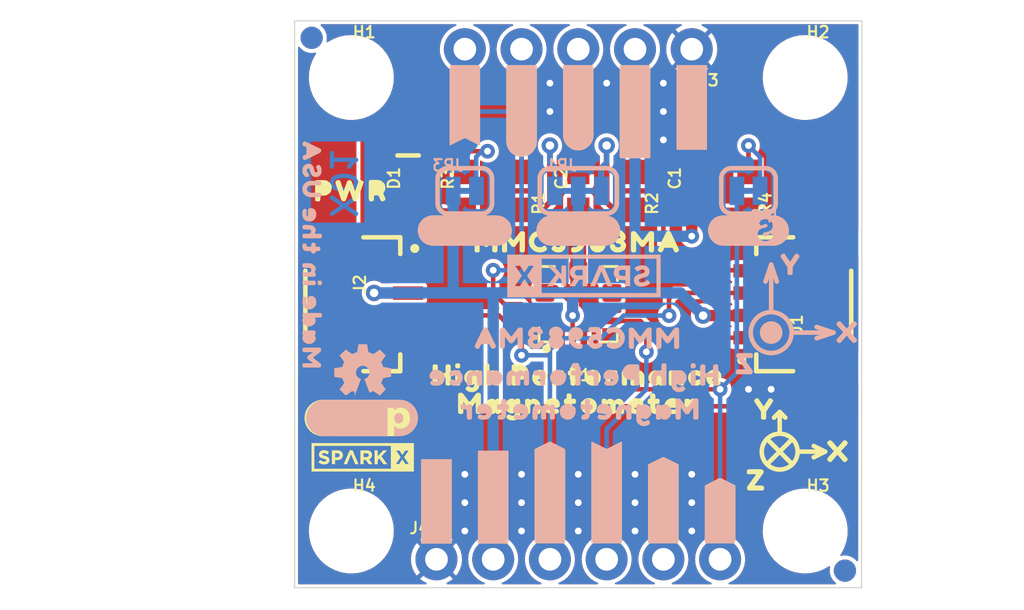
<source format=kicad_pcb>
(kicad_pcb (version 20211014) (generator pcbnew)
  (layers (0 "F.Cu" signal) (31 "B.Cu" signal) (34 "B.Paste" user) (35 "F.Paste" user) (36 "B.SilkS" user "B.Silkscreen") (37 "F.SilkS" user "F.Silkscreen") (38 "B.Mask" user) (39 "F.Mask" user) (44 "Edge.Cuts" user))
  (net 0 "")
  (net 1 "GND")
  (net 2 "3.3V")
  (net 3 "N$1")
  (net 4 "N$4")
  (net 5 "CAP")
  (net 6 "INT")
  (net 7 "N$2")
  (net 8 "N$3")
  (net 9 "SDA/COPI")
  (net 10 "SCL/SCK")
  (net 11 "CIPO")
  (net 12 "N$5")
  (net 13 "~{CS}")
  (footprint "eagleBoard:QWIIC_5MM" (layer "F.Cu") (at 138.7221 110.0836)
    (fp_text reference "LOGO3" hide)
    (fp_text value "QWIIC_LOGO_5MM" hide)
  )
  (footprint "eagleBoard:HIGH_PERFORMANCE11" (layer "F.Cu") (at 148.5011 108.1786)
    (fp_text reference "U$10" hide)
    (fp_text value "" hide)
  )
  (footprint "eagleBoard:1X06_NO_SILK" (layer "F.Cu") (at 142.1511 116.4336)
    (fp_text reference "J4" (at -1.27 -1.397) (layer "F.SilkS") (effects (font (size 0.512064 0.512064) (thickness 0.097536)) (justify left)))
    (fp_text value "")
    (pad "1" thru_hole circle (at 0 0 90) (size 1.8796 1.8796) (drill 1.016) (layers *.Cu *.Mask) (net 1 "GND"))
    (pad "2" thru_hole circle (at 2.54 0 90) (size 1.8796 1.8796) (drill 1.016) (layers *.Cu *.Mask) (net 2 "3.3V"))
    (pad "3" thru_hole circle (at 5.08 0 90) (size 1.8796 1.8796) (drill 1.016) (layers *.Cu *.Mask) (net 9 "SDA/COPI"))
    (pad "4" thru_hole circle (at 7.62 0 90) (size 1.8796 1.8796) (drill 1.016) (layers *.Cu *.Mask) (net 11 "CIPO"))
    (pad "5" thru_hole circle (at 10.16 0 90) (size 1.8796 1.8796) (drill 1.016) (layers *.Cu *.Mask) (net 10 "SCL/SCK"))
    (pad "6" thru_hole circle (at 12.7 0 90) (size 1.8796 1.8796) (drill 1.016) (layers *.Cu *.Mask) (net 13 "~{CS}"))
  )
  (footprint "eagleBoard:#3#3V#0" (layer "F.Cu") (at 144.6911 111.2266 -90)
    (fp_text reference "U$18" hide)
    (fp_text value "" hide)
  )
  (footprint "eagleBoard:Y16" (layer "F.Cu") (at 156.8831 109.7026)
    (fp_text reference "U$19" hide)
    (fp_text value "" hide)
  )
  (footprint "eagleBoard:STAND-OFF" (layer "F.Cu") (at 138.3411 115.1636)
    (fp_text reference "H4" (at 0 -2.032) (layer "F.SilkS") (effects (font (size 0.512064 0.512064) (thickness 0.097536)) (justify left)))
    (fp_text value "STAND-OFF")
    (pad "" np_thru_hole circle (at 0 0) (size 3.302 3.302) (drill 3.302) (layers *.Cu *.Mask))
  )
  (footprint "eagleBoard:SPARKX-TINY" (layer "F.Cu") (at 138.8491 111.8616)
    (fp_text reference "U$36" hide)
    (fp_text value "SPARKX-LOGO2" hide)
  )
  (footprint "eagleBoard:STAND-OFF" (layer "F.Cu") (at 158.6611 115.1636)
    (fp_text reference "H3" (at 0 -2.032) (layer "F.SilkS") (effects (font (size 0.512064 0.512064) (thickness 0.097536)) (justify left)))
    (fp_text value "STAND-OFF")
    (pad "" np_thru_hole circle (at 0 0) (size 3.302 3.302) (drill 3.302) (layers *.Cu *.Mask))
  )
  (footprint "eagleBoard:STAND-OFF" (layer "F.Cu") (at 138.3411 94.8436)
    (fp_text reference "H1" (at 0 -2.032) (layer "F.SilkS") (effects (font (size 0.512064 0.512064) (thickness 0.097536)) (justify left)))
    (fp_text value "STAND-OFF")
    (pad "" np_thru_hole circle (at 0 0) (size 3.302 3.302) (drill 3.302) (layers *.Cu *.Mask))
  )
  (footprint "eagleBoard:LED-0603" (layer "F.Cu") (at 140.8811 99.9236 90)
    (fp_text reference "D1" (at 0 -0.635 90) (layer "F.SilkS") (effects (font (size 0.512064 0.512064) (thickness 0.097536)) (justify left)))
    (fp_text value "RED")
    (pad "A" smd roundrect (at -0.877 0) (size 1 1) (layers "F.Cu" "F.Paste" "F.Mask") (roundrect_rratio 0.15) (net 4 "N$4"))
    (pad "C" smd roundrect (at 0.877 0) (size 1 1) (layers "F.Cu" "F.Paste" "F.Mask") (roundrect_rratio 0.15) (net 1 "GND"))
  )
  (footprint "eagleBoard:1X05_NO_SILK" (layer "F.Cu") (at 153.5811 93.5736 180)
    (fp_text reference "J3" (at -1.27 -1.397) (layer "F.SilkS") (effects (font (size 0.512064 0.512064) (thickness 0.097536)) (justify right)))
    (fp_text value "")
    (pad "1" thru_hole circle (at 0 0 270) (size 1.8796 1.8796) (drill 1.016) (layers *.Cu *.Mask) (net 1 "GND"))
    (pad "2" thru_hole circle (at 2.54 0 270) (size 1.8796 1.8796) (drill 1.016) (layers *.Cu *.Mask) (net 2 "3.3V"))
    (pad "3" thru_hole circle (at 5.08 0 270) (size 1.8796 1.8796) (drill 1.016) (layers *.Cu *.Mask) (net 10 "SCL/SCK"))
    (pad "4" thru_hole circle (at 7.62 0 270) (size 1.8796 1.8796) (drill 1.016) (layers *.Cu *.Mask) (net 9 "SDA/COPI"))
    (pad "5" thru_hole circle (at 10.16 0 270) (size 1.8796 1.8796) (drill 1.016) (layers *.Cu *.Mask) (net 6 "INT"))
  )
  (footprint "eagleBoard:STAND-OFF" (layer "F.Cu") (at 158.6611 94.8436)
    (fp_text reference "H2" (at 0 -2.032) (layer "F.SilkS") (effects (font (size 0.512064 0.512064) (thickness 0.097536)) (justify left)))
    (fp_text value "STAND-OFF")
    (pad "" np_thru_hole circle (at 0 0) (size 3.302 3.302) (drill 3.302) (layers *.Cu *.Mask))
  )
  (footprint "eagleBoard:0603" (layer "F.Cu") (at 148.5011 99.9236 90)
    (fp_text reference "C2" (at 0 -0.762 90) (layer "F.SilkS") (effects (font (size 0.512064 0.512064) (thickness 0.097536)) (justify left)))
    (fp_text value "10uF")
    (pad "1" smd rect (at -0.85 0 90) (size 1.1 1) (layers "F.Cu" "F.Paste" "F.Mask") (net 5 "CAP"))
    (pad "2" smd rect (at 0.85 0 90) (size 1.1 1) (layers "F.Cu" "F.Paste" "F.Mask") (net 1 "GND"))
  )
  (footprint "eagleBoard:0603" (layer "F.Cu") (at 156.1211 99.9236 -90)
    (fp_text reference "R4" (at 0 -0.762 90) (layer "F.SilkS") (effects (font (size 0.512064 0.512064) (thickness 0.097536)) (justify right)))
    (fp_text value "10k")
    (pad "1" smd rect (at -0.85 0 270) (size 1.1 1) (layers "F.Cu" "F.Paste" "F.Mask") (net 12 "N$5"))
    (pad "2" smd rect (at 0.85 0 270) (size 1.1 1) (layers "F.Cu" "F.Paste" "F.Mask") (net 2 "3.3V"))
  )
  (footprint "eagleBoard:#SCL#6" (layer "F.Cu") (at 148.5011 93.9546 -90)
    (fp_text reference "U$2" hide)
    (fp_text value "" hide)
  )
  (footprint "eagleBoard:0603" (layer "F.Cu") (at 153.5811 99.9236 90)
    (fp_text reference "C1" (at 0 -0.762 90) (layer "F.SilkS") (effects (font (size 0.512064 0.512064) (thickness 0.097536)) (justify left)))
    (fp_text value "0.1uF")
    (pad "1" smd rect (at -0.85 0 90) (size 1.1 1) (layers "F.Cu" "F.Paste" "F.Mask") (net 2 "3.3V"))
    (pad "2" smd rect (at 0.85 0 90) (size 1.1 1) (layers "F.Cu" "F.Paste" "F.Mask") (net 1 "GND"))
  )
  (footprint "eagleBoard:Z17" (layer "F.Cu") (at 156.5021 112.8776)
    (fp_text reference "U$39" hide)
    (fp_text value "" hide)
  )
  (footprint "eagleBoard:#COPI#12" (layer "F.Cu") (at 147.2311 116.0526 -90)
    (fp_text reference "U$9" hide)
    (fp_text value "" hide)
  )
  (footprint "eagleBoard:#GND#4" (layer "F.Cu") (at 153.5811 93.9546 -90)
    (fp_text reference "U$4" hide)
    (fp_text value "" hide)
  )
  (footprint "eagleBoard:#INT#7" (layer "F.Cu") (at 143.4211 93.9546 -90)
    (fp_text reference "U$7" hide)
    (fp_text value "" hide)
  )
  (footprint "eagleBoard:#GND#4" (layer "F.Cu") (at 142.1511 111.6076 -90)
    (fp_text reference "U$17" hide)
    (fp_text value "" hide)
  )
  (footprint "eagleBoard:DUMMY" (layer "F.Cu") (at 135.8011 117.7036)
    (fp_text reference "FRAME1" hide)
    (fp_text value "FRAME-LETTERNO_PACKAGE" hide)
  )
  (footprint "eagleBoard:#SCK#13" (layer "F.Cu") (at 152.3111 116.0526 -90)
    (fp_text reference "U$14" hide)
    (fp_text value "" hide)
  )
  (footprint "eagleBoard:FIDUCIAL-1X2" (layer "F.Cu") (at 160.4391 116.9416)
    (fp_text reference "FD1" hide)
    (fp_text value "FIDUCIAL1X2" hide)
    (pad "1" smd roundrect (at 0 0) (size 1 1) (layers "F.Cu" "F.Mask") (roundrect_rratio 0.5))
  )
  (footprint "eagleBoard:#CIPO#11" (layer "F.Cu") (at 149.7711 116.0526 -90)
    (fp_text reference "U$6" hide)
    (fp_text value "" hide)
  )
  (footprint "eagleBoard:JST04_1MM_RA" (layer "F.Cu") (at 140.8811 105.0036 -90)
    (fp_text reference "J2" (at -1.397 2.159 90) (layer "F.SilkS") (effects (font (size 0.512064 0.512064) (thickness 0.097536)) (justify right)))
    (fp_text value "Qwiic")
    (pad "1" smd rect (at -1.5 0 270) (size 0.6 1.35) (layers "F.Cu" "F.Paste" "F.Mask") (net 1 "GND"))
    (pad "2" smd rect (at -0.5 0 270) (size 0.6 1.35) (layers "F.Cu" "F.Paste" "F.Mask") (net 2 "3.3V"))
    (pad "3" smd rect (at 0.5 0 270) (size 0.6 1.35) (layers "F.Cu" "F.Paste" "F.Mask") (net 9 "SDA/COPI"))
    (pad "4" smd rect (at 1.5 0 270) (size 0.6 1.35) (layers "F.Cu" "F.Paste" "F.Mask") (net 10 "SCL/SCK"))
    (pad "NC1" smd rect (at 2.8 3.675 270) (size 1.2 2) (layers "F.Cu" "F.Paste" "F.Mask"))
    (pad "NC2" smd rect (at -2.8 3.675 270) (size 1.2 2) (layers "F.Cu" "F.Paste" "F.Mask"))
  )
  (footprint "eagleBoard:0603" (layer "F.Cu") (at 145.9611 99.9236 -90)
    (fp_text reference "R1" (at 0 -0.762 90) (layer "F.SilkS") (effects (font (size 0.512064 0.512064) (thickness 0.097536)) (justify right)))
    (fp_text value "2.2k")
    (pad "1" smd rect (at -0.85 0 270) (size 1.1 1) (layers "F.Cu" "F.Paste" "F.Mask") (net 9 "SDA/COPI"))
    (pad "2" smd rect (at 0.85 0 270) (size 1.1 1) (layers "F.Cu" "F.Paste" "F.Mask") (net 8 "N$3"))
  )
  (footprint "eagleBoard:#SDA#5" (layer "F.Cu") (at 145.9611 93.9546 -90)
    (fp_text reference "U$5" hide)
    (fp_text value "" hide)
  )
  (footprint "eagleBoard:MMC5983MA0" (layer "F.Cu") (at 148.5011 102.2096)
    (fp_text reference "U$41" hide)
    (fp_text value "" hide)
  )
  (footprint "eagleBoard:LGA-16-3X3MM-4X4PINS" (layer "F.Cu") (at 148.5011 105.0036 180)
    (fp_text reference "U1" (at -0.635 -3.175) (layer "F.SilkS") (effects (font (size 0.512064 0.512064) (thickness 0.097536)) (justify right)))
    (fp_text value "MMC5983MA_QFN16")
    (pad "1" smd roundrect (at 0.754 -1.498 270) (size 0.85 0.3) (layers "F.Cu" "F.Paste" "F.Mask") (roundrect_rratio 0.375) (net 10 "SCL/SCK"))
    (pad "2" smd roundrect (at 0.254 -1.498 270) (size 0.85 0.3) (layers "F.Cu" "F.Paste" "F.Mask") (roundrect_rratio 0.375) (net 2 "3.3V"))
    (pad "3" smd roundrect (at -0.246 -1.498 270) (size 0.85 0.3) (layers "F.Cu" "F.Paste" "F.Mask") (roundrect_rratio 0.375))
    (pad "4" smd roundrect (at -0.746 -1.498 270) (size 0.85 0.3) (layers "F.Cu" "F.Paste" "F.Mask") (roundrect_rratio 0.375) (net 13 "~{CS}"))
    (pad "5" smd roundrect (at -1.508 -0.746 180) (size 0.85 0.3) (layers "F.Cu" "F.Paste" "F.Mask") (roundrect_rratio 0.375) (net 11 "CIPO"))
    (pad "6" smd roundrect (at -1.508 -0.246 180) (size 0.85 0.3) (layers "F.Cu" "F.Paste" "F.Mask") (roundrect_rratio 0.375))
    (pad "7" smd roundrect (at -1.508 0.254 180) (size 0.85 0.3) (layers "F.Cu" "F.Paste" "F.Mask") (roundrect_rratio 0.375))
    (pad "8" smd roundrect (at -1.508 0.754 180) (size 0.85 0.3) (layers "F.Cu" "F.Paste" "F.Mask") (roundrect_rratio 0.375))
    (pad "9" smd roundrect (at -0.746 1.506 90) (size 0.85 0.3) (layers "F.Cu" "F.Paste" "F.Mask") (roundrect_rratio 0.375) (net 1 "GND"))
    (pad "10" smd roundrect (at -0.246 1.506 90) (size 0.85 0.3) (layers "F.Cu" "F.Paste" "F.Mask") (roundrect_rratio 0.375) (net 5 "CAP"))
    (pad "11" smd roundrect (at 0.254 1.506 90) (size 0.85 0.3) (layers "F.Cu" "F.Paste" "F.Mask") (roundrect_rratio 0.375) (net 1 "GND"))
    (pad "12" smd roundrect (at 0.754 1.506 90) (size 0.85 0.3) (layers "F.Cu" "F.Paste" "F.Mask") (roundrect_rratio 0.375))
    (pad "13" smd roundrect (at 1.496 0.764) (size 0.85 0.3) (layers "F.Cu" "F.Paste" "F.Mask") (roundrect_rratio 0.375) (net 2 "3.3V"))
    (pad "14" smd roundrect (at 1.496 0.264) (size 0.85 0.3) (layers "F.Cu" "F.Paste" "F.Mask") (roundrect_rratio 0.375))
    (pad "15" smd roundrect (at 1.496 -0.236) (size 0.85 0.3) (layers "F.Cu" "F.Paste" "F.Mask") (roundrect_rratio 0.375) (net 6 "INT"))
    (pad "16" smd roundrect (at 1.496 -0.736) (size 0.85 0.3) (layers "F.Cu" "F.Paste" "F.Mask") (roundrect_rratio 0.375) (net 9 "SDA/COPI"))
  )
  (footprint "eagleBoard:FIDUCIAL-1X2" (layer "F.Cu") (at 136.5631 93.0656)
    (fp_text reference "FD2" hide)
    (fp_text value "FIDUCIAL1X2" hide)
    (pad "1" smd roundrect (at 0 0) (size 1 1) (layers "F.Cu" "F.Mask") (roundrect_rratio 0.5))
  )
  (footprint "eagleBoard:JST04_1MM_RA" (layer "F.Cu") (at 156.1211 105.0036 90)
    (fp_text reference "J1" (at -1.397 2.159 90) (layer "F.SilkS") (effects (font (size 0.512064 0.512064) (thickness 0.097536)) (justify left)))
    (fp_text value "Qwiic")
    (pad "1" smd rect (at -1.5 0 90) (size 0.6 1.35) (layers "F.Cu" "F.Paste" "F.Mask") (net 1 "GND"))
    (pad "2" smd rect (at -0.5 0 90) (size 0.6 1.35) (layers "F.Cu" "F.Paste" "F.Mask") (net 2 "3.3V"))
    (pad "3" smd rect (at 0.5 0 90) (size 0.6 1.35) (layers "F.Cu" "F.Paste" "F.Mask") (net 9 "SDA/COPI"))
    (pad "4" smd rect (at 1.5 0 90) (size 0.6 1.35) (layers "F.Cu" "F.Paste" "F.Mask") (net 10 "SCL/SCK"))
    (pad "NC1" smd rect (at 2.8 3.675 90) (size 1.2 2) (layers "F.Cu" "F.Paste" "F.Mask"))
    (pad "NC2" smd rect (at -2.8 3.675 90) (size 1.2 2) (layers "F.Cu" "F.Paste" "F.Mask"))
  )
  (footprint "eagleBoard:PWR9" (layer "F.Cu") (at 138.3411 99.9236)
    (fp_text reference "U$8" hide)
    (fp_text value "" hide)
  )
  (footprint "eagleBoard:0603" (layer "F.Cu") (at 151.0411 99.9236 -90)
    (fp_text reference "R2" (at 0 -0.762 90) (layer "F.SilkS") (effects (font (size 0.512064 0.512064) (thickness 0.097536)) (justify right)))
    (fp_text value "2.2k")
    (pad "1" smd rect (at -0.85 0 270) (size 1.1 1) (layers "F.Cu" "F.Paste" "F.Mask") (net 10 "SCL/SCK"))
    (pad "2" smd rect (at 0.85 0 270) (size 1.1 1) (layers "F.Cu" "F.Paste" "F.Mask") (net 7 "N$2"))
  )
  (footprint "eagleBoard:X15" (layer "F.Cu") (at 160.1851 111.6076)
    (fp_text reference "U$20" hide)
    (fp_text value "" hide)
  )
  (footprint "eagleBoard:##CS##10" (layer "F.Cu") (at 154.8511 116.0526 -90)
    (fp_text reference "U$15" hide)
    (fp_text value "" hide)
  )
  (footprint "eagleBoard:0603" (layer "F.Cu") (at 143.4211 99.9236 90)
    (fp_text reference "R3" (at 0 -0.762 90) (layer "F.SilkS") (effects (font (size 0.512064 0.512064) (thickness 0.097536)) (justify left)))
    (fp_text value "1k")
    (pad "1" smd rect (at -0.85 0 90) (size 1.1 1) (layers "F.Cu" "F.Paste" "F.Mask") (net 4 "N$4"))
    (pad "2" smd rect (at 0.85 0 90) (size 1.1 1) (layers "F.Cu" "F.Paste" "F.Mask") (net 3 "N$1"))
  )
  (footprint "eagleBoard:#3#3V#0" (layer "F.Cu") (at 151.0411 93.9546 -90)
    (fp_text reference "U$3" hide)
    (fp_text value "" hide)
  )
  (footprint "eagleBoard:MAGNETOMETER12" (layer "F.Cu") (at 148.5011 109.4486)
    (fp_text reference "U$11" hide)
    (fp_text value "" hide)
  )
  (footprint "eagleBoard:MAGNETOMETER12" (layer "B.Cu") (at 148.5011 109.7026 180)
    (fp_text reference "U$24" hide)
    (fp_text value "" hide)
  )
  (footprint "eagleBoard:#SPI#9" (layer "B.Cu") (at 156.1211 101.7016 180)
    (fp_text reference "U$23" hide)
    (fp_text value "" hide)
  )
  (footprint "eagleBoard:#CIPO#11" (layer "B.Cu") (at 149.7711 116.0526 -90)
    (fp_text reference "U$31" hide)
    (fp_text value "" hide)
  )
  (footprint "eagleBoard:X15" (layer "B.Cu") (at 160.4391 106.2736 180)
    (fp_text reference "U$25" hide)
    (fp_text value "" hide)
  )
  (footprint "eagleBoard:#LED#8" (layer "B.Cu") (at 143.4211 101.7016 180)
    (fp_text reference "U$21" hide)
    (fp_text value "" hide)
  )
  (footprint "eagleBoard:#GND#4" (layer "B.Cu") (at 153.5811 93.9546 -90)
    (fp_text reference "U$13" hide)
    (fp_text value "" hide)
  )
  (footprint "eagleBoard:FIDUCIAL-1X2" (layer "B.Cu") (at 160.4391 116.9416 180)
    (fp_text reference "FD4" hide)
    (fp_text value "FIDUCIAL1X2" hide)
    (pad "1" smd roundrect (at 0 0 180) (size 1 1) (layers "B.Cu" "B.Mask") (roundrect_rratio 0.5))
  )
  (footprint "eagleBoard:#INT#7" (layer "B.Cu") (at 143.4211 93.9546 -90)
    (fp_text reference "U$16" hide)
    (fp_text value "" hide)
  )
  (footprint "eagleBoard:#3#3V#0" (layer "B.Cu") (at 144.6911 111.2266 -90)
    (fp_text reference "U$29" hide)
    (fp_text value "" hide)
  )
  (footprint "eagleBoard:#I2C#9" (layer "B.Cu") (at 148.5011 101.7016 180)
    (fp_text reference "U$22" hide)
    (fp_text value "" hide)
  )
  (footprint "eagleBoard:SMT-JUMPER_3_2-NC_TRACE_SILK" (layer "B.Cu") (at 148.5011 99.9236 180)
    (fp_text reference "JP1" (at 0 1.143) (layer "B.SilkS") (effects (font (size 0.512064 0.512064) (thickness 0.097536)) (justify left mirror)))
    (fp_text value "JUMPER-SMT_3_2-NC_TRACE_SILK")
    (fp_poly (pts (xy 0.7112 -0.13335) (xy -0.7112 -0.13335) (xy -0.7112 0.13335) (xy 0.7112 0.13335)) (layer "B.Cu") (width 0) (fill solid))
    (pad "1" smd rect (at -1.0414 0 180) (size 0.6604 1.27) (layers "B.Cu" "B.Mask") (net 7 "N$2"))
    (pad "2" smd rect (at 0 0 180) (size 0.6604 1.27) (layers "B.Cu" "B.Mask") (net 2 "3.3V"))
    (pad "3" smd rect (at 1.0414 0 180) (size 0.6604 1.27) (layers "B.Cu" "B.Mask") (net 8 "N$3"))
  )
  (footprint "eagleBoard:SMT-JUMPER_2_NC_TRACE_SILK" (layer "B.Cu") (at 156.1211 99.9236)
    (fp_text reference "JP2" (at 0 1.143) (layer "B.SilkS") (effects (font (size 0.512064 0.512064) (thickness 0.097536)) (justify right mirror)))
    (fp_text value "JUMPER-SMT_2_NC_TRACE_SILK")
    (fp_poly (pts (xy 0.1905 -0.13335) (xy -0.70485 -0.13335) (xy -0.70485 0.13335) (xy 0.1905 0.13335)) (layer "B.Cu") (width 0) (fill solid))
    (pad "1" smd rect (at -0.5207 0) (size 0.6604 1.27) (layers "B.Cu" "B.Mask") (net 13 "~{CS}"))
    (pad "2" smd rect (at 0.5207 0) (size 0.6604 1.27) (layers "B.Cu" "B.Mask") (net 12 "N$5"))
  )
  (footprint "eagleBoard:##CS##10" (layer "B.Cu") (at 154.8511 116.0526 -90)
    (fp_text reference "U$33" hide)
    (fp_text value "" hide)
  )
  (footprint "eagleBoard:OSHW-LOGO-MINI" (layer "B.Cu") (at 138.8491 108.0516 180)
    (fp_text reference "LOGO1" hide)
    (fp_text value "OSHW-LOGOMINI" hide)
  )
  (footprint "eagleBoard:HIGH_PERFORMANCE11" (layer "B.Cu") (at 148.2471 108.1786 180)
    (fp_text reference "U$1" hide)
    (fp_text value "" hide)
  )
  (footprint "eagleBoard:Y16" (layer "B.Cu") (at 157.8991 103.2256 180)
    (fp_text reference "U$26" hide)
    (fp_text value "" hide)
  )
  (footprint "eagleBoard:#3#3V#0" (layer "B.Cu") (at 151.0411 93.9546 -90)
    (fp_text reference "U$12" hide)
    (fp_text value "" hide)
  )
  (footprint "eagleBoard:#SCL#6" (layer "B.Cu") (at 148.5011 93.9546 -90)
    (fp_text reference "U$35" hide)
    (fp_text value "" hide)
  )
  (footprint "eagleBoard:Z17" (layer "B.Cu") (at 155.8671 107.6706 180)
    (fp_text reference "U$27" hide)
    (fp_text value "" hide)
  )
  (footprint "eagleBoard:MMC5983MA0" (layer "B.Cu") (at 148.3741 106.5276 180)
    (fp_text reference "U$42" hide)
    (fp_text value "" hide)
  )
  (footprint "eagleBoard:SMT-JUMPER_2_NC_TRACE_SILK" (layer "B.Cu") (at 143.4211 99.9236 180)
    (fp_text reference "JP3" (at 0 1.143) (layer "B.SilkS") (effects (font (size 0.512064 0.512064) (thickness 0.097536)) (justify left mirror)))
    (fp_text value "JUMPER-SMT_2_NC_TRACE_SILK")
    (fp_poly (pts (xy 0.1905 -0.13335) (xy -0.70485 -0.13335) (xy -0.70485 0.13335) (xy 0.1905 0.13335)) (layer "B.Cu") (width 0) (fill solid))
    (pad "1" smd rect (at -0.5207 0 180) (size 0.6604 1.27) (layers "B.Cu" "B.Mask") (net 3 "N$1"))
    (pad "2" smd rect (at 0.5207 0 180) (size 0.6604 1.27) (layers "B.Cu" "B.Mask") (net 2 "3.3V"))
  )
  (footprint "eagleBoard:SPARKX-SMALL" (layer "B.Cu") (at 148.7551 103.7336 180)
    (fp_text reference "U$37" hide)
    (fp_text value "SPARKX-LOGO3" hide)
  )
  (footprint "eagleBoard:#SCK#13" (layer "B.Cu") (at 152.3111 116.0526 -90)
    (fp_text reference "U$32" hide)
    (fp_text value "" hide)
  )
  (footprint "eagleBoard:QWIIC_5MM" (layer "B.Cu") (at 138.8491 110.0836 180)
    (fp_text reference "LOGO2" hide)
    (fp_text value "QWIIC_LOGO_5MM" hide)
  )
  (footprint "eagleBoard:#COPI#12" (layer "B.Cu") (at 147.2311 116.0526 -90)
    (fp_text reference "U$30" hide)
    (fp_text value "" hide)
  )
  (footprint "eagleBoard:#GND#4" (layer "B.Cu") (at 142.1511 111.6076 -90)
    (fp_text reference "U$28" hide)
    (fp_text value "" hide)
  )
  (footprint "eagleBoard:FIDUCIAL-1X2" (layer "B.Cu") (at 136.5631 93.0656 180)
    (fp_text reference "FD3" hide)
    (fp_text value "FIDUCIAL1X2" hide)
    (pad "1" smd roundrect (at 0 0 180) (size 1 1) (layers "B.Cu" "B.Mask") (roundrect_rratio 0.5))
  )
  (footprint "eagleBoard:#SDA#5" (layer "B.Cu") (at 145.9611 93.9546 -90)
    (fp_text reference "U$38" hide)
    (fp_text value "" hide)
  )
  (footprint "eagleBoard:MADE_IN_THE_USA20" (layer "B.Cu") (at 136.5631 102.7176 90)
    (fp_text reference "U$34" hide)
    (fp_text value "" hide)
  )
  (gr_line (start 158.1531 106.2736) (end 159.9311 106.2736) (layer "B.SilkS") (width 0.2032))
  (gr_line (start 157.1371 105.2576) (end 157.1371 103.2256) (layer "B.SilkS") (width 0.2032))
  (gr_line (start 157.1371 103.2256) (end 156.8831 103.9876) (layer "B.SilkS") (width 0.2032))
  (gr_line (start 159.9311 106.2736) (end 159.1691 106.5276) (layer "B.SilkS") (width 0.2032))
  (gr_line (start 157.1371 103.2256) (end 157.3911 103.9876) (layer "B.SilkS") (width 0.2032))
  (gr_circle (center 157.1371 106.2736) (end 158.052909 106.2736) (layer "B.SilkS") (width 0.2032) (fill none))
  (gr_circle (center 157.1371 106.2736) (end 157.3911 106.2736) (layer "B.SilkS") (width 0.508) (fill none))
  (gr_line (start 159.9311 106.2736) (end 159.1691 106.0196) (layer "B.SilkS") (width 0.2032))
  (gr_line (start 157.5181 109.8296) (end 157.7721 110.0836) (layer "F.SilkS") (width 0.2032))
  (gr_line (start 157.5181 110.7186) (end 157.5181 109.8296) (layer "F.SilkS") (width 0.2032))
  (gr_line (start 158.4071 111.6076) (end 159.5501 111.6076) (layer "F.SilkS") (width 0.2032))
  (gr_line (start 157.5181 109.8296) (end 157.2641 110.0836) (layer "F.SilkS") (width 0.2032))
  (gr_line (start 159.5501 111.6076) (end 159.0421 111.3536) (layer "F.SilkS") (width 0.2032))
  (gr_line (start 157.0101 111.0996) (end 158.0261 112.1156) (layer "F.SilkS") (width 0.2032))
  (gr_line (start 157.0101 112.1156) (end 158.0261 111.0996) (layer "F.SilkS") (width 0.2032))
  (gr_circle (center 157.5181 111.6076) (end 158.321315 111.6076) (layer "F.SilkS") (width 0.2032) (fill none))
  (gr_line (start 159.0421 111.8616) (end 159.5501 111.6076) (layer "F.SilkS") (width 0.2032))
  (gr_line (start 135.8011 117.7036) (end 161.1811 117.7036) (layer "Edge.Cuts") (width 0.05))
  (gr_line (start 161.1811 117.7036) (end 161.2011 92.3036) (layer "Edge.Cuts") (width 0.05))
  (gr_line (start 135.8011 92.3036) (end 135.8011 117.7036) (layer "Edge.Cuts") (width 0.05))
  (gr_line (start 161.2011 92.3036) (end 135.8011 92.3036) (layer "Edge.Cuts") (width 0.05))
  (gr_text "X01" (at 138.5951 97.8916 -90) (layer "B.Cu") (effects (font (size 1.0795 1.0795) (thickness 0.1905)) (justify right top mirror)))
  (via (at 153.5811 115.1636) (size 0.6604) (drill 0.3048) (layers "F.Cu" "B.Cu") (net 1))
  (via (at 151.0411 115.1636) (size 0.6604) (drill 0.3048) (layers "F.Cu" "B.Cu") (net 1))
  (via (at 152.3111 95.0976) (size 0.6604) (drill 0.3048) (layers "F.Cu" "B.Cu") (net 1))
  (via (at 151.0411 113.8936) (size 0.6604) (drill 0.3048) (layers "F.Cu" "B.Cu") (net 1))
  (via (at 147.2311 95.0976) (size 0.6604) (drill 0.3048) (layers "F.Cu" "B.Cu") (net 1))
  (via (at 152.3111 96.3676) (size 0.6604) (drill 0.3048) (layers "F.Cu" "B.Cu") (net 1))
  (via (at 153.5811 112.6236) (size 0.6604) (drill 0.3048) (layers "F.Cu" "B.Cu") (net 1))
  (via (at 156.1211 108.8136) (size 0.6604) (drill 0.3048) (layers "F.Cu" "B.Cu") (net 1))
  (via (at 152.3111 97.6376) (size 0.6604) (drill 0.3048) (layers "F.Cu" "B.Cu") (net 1))
  (via (at 143.4211 113.8936) (size 0.6604) (drill 0.3048) (layers "F.Cu" "B.Cu") (net 1))
  (via (at 148.5011 113.8936) (size 0.6604) (drill 0.3048) (layers "F.Cu" "B.Cu") (net 1))
  (via (at 145.9611 113.8936) (size 0.6604) (drill 0.3048) (layers "F.Cu" "B.Cu") (net 1))
  (via (at 148.5011 112.6236) (size 0.6604) (drill 0.3048) (layers "F.Cu" "B.Cu") (net 1))
  (via (at 148.5011 115.1636) (size 0.6604) (drill 0.3048) (layers "F.Cu" "B.Cu") (net 1))
  (via (at 145.9611 115.1636) (size 0.6604) (drill 0.3048) (layers "F.Cu" "B.Cu") (net 1))
  (via (at 157.1371 108.8136) (size 0.6604) (drill 0.3048) (layers "F.Cu" "B.Cu") (net 1))
  (via (at 145.9611 112.6236) (size 0.6604) (drill 0.3048) (layers "F.Cu" "B.Cu") (net 1))
  (via (at 143.4211 115.1636) (size 0.6604) (drill 0.3048) (layers "F.Cu" "B.Cu") (net 1))
  (via (at 151.0411 112.6236) (size 0.6604) (drill 0.3048) (layers "F.Cu" "B.Cu") (net 1))
  (via (at 153.5811 113.8936) (size 0.6604) (drill 0.3048) (layers "F.Cu" "B.Cu") (net 1))
  (via (at 149.7711 95.0976) (size 0.6604) (drill 0.3048) (layers "F.Cu" "B.Cu") (net 1))
  (via (at 143.4211 112.6236) (size 0.6604) (drill 0.3048) (layers "F.Cu" "B.Cu") (net 1))
  (via (at 147.2311 96.3676) (size 0.6604) (drill 0.3048) (layers "F.Cu" "B.Cu") (net 1))
  (segment (start 154.0891 105.5116) (end 156.1131 105.5116) (width 0.508) (layer "F.Cu") (net 2))
  (segment (start 153.5811 100.7736) (end 153.5811 101.9556) (width 0.508) (layer "F.Cu") (net 2))
  (segment (start 147.0051 104.2396) (end 147.4831 104.2396) (width 0.2032) (layer "F.Cu") (net 2))
  (segment (start 140.8811 104.5036) (end 139.3651 104.5036) (width 0.508) (layer "F.Cu") (net 2))
  (segment (start 148.2471 106.5016) (end 148.2471 105.5116) (width 0.2032) (layer "F.Cu") (net 2))
  (segment (start 139.3651 104.5036) (end 139.3571 104.4956) (width 0.508) (layer "F.Cu") (net 2))
  (segment (start 147.4831 104.2396) (end 148.2471 105.0036) (width 0.2032) (layer "F.Cu") (net 2))
  (segment (start 156.1131 105.5116) (end 156.1211 105.5036) (width 0.508) (layer "F.Cu") (net 2))
  (segment (start 148.2471 105.0036) (end 148.2471 105.5116) (width 0.2032) (layer "F.Cu") (net 2))
  (segment (start 153.5811 100.7736) (end 156.1211 100.7736) (width 0.2032) (layer "F.Cu") (net 2))
  (via (at 153.5811 101.9556) (size 0.6604) (drill 0.3048) (layers "F.Cu" "B.Cu") (net 2))
  (via (at 148.2471 105.5116) (size 0.6604) (drill 0.3048) (layers "F.Cu" "B.Cu") (net 2))
  (via (at 139.3571 104.4956) (size 0.7366) (drill 0.381) (layers "F.Cu" "B.Cu") (net 2))
  (via (at 154.0891 105.5116) (size 0.7366) (drill 0.381) (layers "F.Cu" "B.Cu") (net 2))
  (segment (start 148.2471 104.4956) (end 144.6911 104.4956) (width 0.508) (layer "B.Cu") (net 2))
  (segment (start 142.9131 104.4956) (end 139.3571 104.4956) (width 0.508) (layer "B.Cu") (net 2))
  (segment (start 148.5011 104.4956) (end 151.0411 104.4956) (width 0.508) (layer "B.Cu") (net 2))
  (segment (start 142.9004 104.4829) (end 142.9131 104.4956) (width 0.508) (layer "B.Cu") (net 2))
  (segment (start 151.0411 101.9556) (end 151.0411 104.4956) (width 0.508) (layer "B.Cu") (net 2))
  (segment (start 151.0411 104.4956) (end 153.0731 104.4956) (width 0.508) (layer "B.Cu") (net 2))
  (segment (start 144.6911 116.4336) (end 144.6911 104.4956) (width 0.508) (layer "B.Cu") (net 2))
  (segment (start 148.5011 99.9236) (end 148.5011 104.4956) (width 0.508) (layer "B.Cu") (net 2))
  (segment (start 142.9004 99.9236) (end 142.9004 104.4829) (width 0.508) (layer "B.Cu") (net 2))
  (segment (start 153.5811 101.9556) (end 151.0411 101.9556) (width 0.508) (layer "B.Cu") (net 2))
  (segment (start 144.6911 104.4956) (end 142.9131 104.4956) (width 0.508) (layer "B.Cu") (net 2))
  (segment (start 148.2471 104.4956) (end 148.5011 104.4956) (width 0.508) (layer "B.Cu") (net 2))
  (segment (start 148.2471 105.5116) (end 148.2471 104.4956) (width 0.508) (layer "B.Cu") (net 2))
  (segment (start 151.0411 93.5736) (end 151.0411 101.9556) (width 0.508) (layer "B.Cu") (net 2))
  (segment (start 154.0891 105.5116) (end 153.0731 104.4956) (width 0.508) (layer "B.Cu") (net 2))
  (segment (start 143.4211 98.3996) (end 143.6751 98.1456) (width 0.2032) (layer "F.Cu") (net 3))
  (segment (start 143.6751 98.1456) (end 144.4371 98.1456) (width 0.2032) (layer "F.Cu") (net 3))
  (segment (start 143.4211 99.0736) (end 143.4211 98.3996) (width 0.2032) (layer "F.Cu") (net 3))
  (via (at 144.4371 98.1456) (size 0.6604) (drill 0.3048) (layers "F.Cu" "B.Cu") (net 3))
  (segment (start 143.9291 98.3996) (end 143.9291 99.9109) (width 0.2032) (layer "B.Cu") (net 3))
  (segment (start 144.1831 98.1456) (end 143.9291 98.3996) (width 0.2032) (layer "B.Cu") (net 3))
  (segment (start 143.9291 99.9109) (end 143.9418 99.9236) (width 0.2032) (layer "B.Cu") (net 3))
  (segment (start 144.4371 98.1456) (end 144.1831 98.1456) (width 0.2032) (layer "B.Cu") (net 3))
  (segment (start 143.3941 100.8006) (end 143.4211 100.7736) (width 0.2032) (layer "F.Cu") (net 4))
  (segment (start 140.8811 100.8006) (end 143.3941 100.8006) (width 0.2032) (layer "F.Cu") (net 4))
  (segment (start 148.7551 103.4896) (end 148.7471 103.4976) (width 0.2032) (layer "F.Cu") (net 5))
  (segment (start 148.7551 102.2096) (end 148.7551 103.4896) (width 0.2032) (layer "F.Cu") (net 5))
  (segment (start 148.5011 101.9556) (end 148.7551 102.2096) (width 0.2032) (layer "F.Cu") (net 5))
  (segment (start 148.5011 100.7736) (end 148.5011 101.9556) (width 0.2032) (layer "F.Cu") (net 5))
  (segment (start 147.0051 105.2396) (end 146.1971 105.2396) (width 0.2032) (layer "F.Cu") (net 6))
  (segment (start 144.6911 104.4956) (end 144.6911 103.4796) (width 0.2032) (layer "F.Cu") (net 6))
  (segment (start 145.9611 105.0036) (end 145.1991 105.0036) (width 0.2032) (layer "F.Cu") (net 6))
  (segment (start 146.1971 105.2396) (end 145.9611 105.0036) (width 0.2032) (layer "F.Cu") (net 6))
  (segment (start 145.1991 105.0036) (end 144.6911 104.4956) (width 0.2032) (layer "F.Cu") (net 6))
  (via (at 144.6911 103.4796) (size 0.6604) (drill 0.3048) (layers "F.Cu" "B.Cu") (net 6))
  (segment (start 145.9611 96.8756) (end 145.4531 96.3676) (width 0.2032) (layer "B.Cu") (net 6))
  (segment (start 143.4211 95.8596) (end 143.9291 96.3676) (width 0.2032) (layer "B.Cu") (net 6))
  (segment (start 144.6911 103.4796) (end 145.4531 103.4796) (width 0.2032) (layer "B.Cu") (net 6))
  (segment (start 143.9291 96.3676) (end 145.4531 96.3676) (width 0.2032) (layer "B.Cu") (net 6))
  (segment (start 145.9611 102.9716) (end 145.9611 96.8756) (width 0.2032) (layer "B.Cu") (net 6))
  (segment (start 143.4211 93.5736) (end 143.4211 95.8596) (width 0.2032) (layer "B.Cu") (net 6))
  (segment (start 145.4531 103.4796) (end 145.9611 102.9716) (width 0.2032) (layer "B.Cu") (net 6))
  (segment (start 150.1131 100.7736) (end 149.7711 100.4316) (width 0.254) (layer "F.Cu") (net 7))
  (segment (start 149.7711 100.4316) (end 149.7711 97.8916) (width 0.254) (layer "F.Cu") (net 7))
  (segment (start 151.0411 100.7736) (end 150.1131 100.7736) (width 0.254) (layer "F.Cu") (net 7))
  (via (at 149.7711 97.8916) (size 0.7366) (drill 0.381) (layers "F.Cu" "B.Cu") (net 7))
  (segment (start 149.7711 97.8916) (end 149.7711 98.6536) (width 0.254) (layer "B.Cu") (net 7))
  (segment (start 149.5171 98.9076) (end 149.5171 99.8982) (width 0.254) (layer "B.Cu") (net 7))
  (segment (start 149.5171 99.8982) (end 149.5425 99.9236) (width 0.254) (layer "B.Cu") (net 7))
  (segment (start 149.7711 98.6536) (end 149.5171 98.9076) (width 0.254) (layer "B.Cu") (net 7))
  (segment (start 147.2311 100.4316) (end 147.2311 97.8916) (width 0.254) (layer "F.Cu") (net 8))
  (segment (start 146.8891 100.7736) (end 147.2311 100.4316) (width 0.254) (layer "F.Cu") (net 8))
  (segment (start 145.9611 100.7736) (end 146.8891 100.7736) (width 0.254) (layer "F.Cu") (net 8))
  (via (at 147.2311 97.8916) (size 0.7366) (drill 0.381) (layers "F.Cu" "B.Cu") (net 8))
  (segment (start 147.2311 97.8916) (end 147.2311 98.6536) (width 0.254) (layer "B.Cu") (net 8))
  (segment (start 147.2311 98.6536) (end 147.4597 98.8822) (width 0.254) (layer "B.Cu") (net 8))
  (segment (start 147.4597 98.8822) (end 147.4597 99.9236) (width 0.254) (layer "B.Cu") (net 8))
  (segment (start 152.8191 104.4956) (end 156.1131 104.4956) (width 0.2032) (layer "F.Cu") (net 9))
  (segment (start 145.9611 99.0736) (end 145.9611 97.1296) (width 0.2032) (layer "F.Cu") (net 9))
  (segment (start 140.8811 105.5036) (end 144.9451 105.5036) (width 0.2032) (layer "F.Cu") (net 9))
  (segment (start 146.9791 105.7656) (end 145.9611 105.7656) (width 0.2032) (layer "F.Cu") (net 9))
  (segment (start 152.5651 105.5116) (end 152.5651 104.7496) (width 0.2032) (layer "F.Cu") (net 9))
  (segment (start 138.8491 97.6376) (end 139.3571 97.1296) (width 0.2032) (layer "F.Cu") (net 9))
  (segment (start 145.2071 105.7656) (end 145.9611 105.7656) (width 0.2032) (layer "F.Cu") (net 9))
  (segment (start 138.5951 105.2576) (end 138.5951 103.7336) (width 0.2032) (layer "F.Cu") (net 9))
  (segment (start 140.8811 105.5036) (end 138.8411 105.5036) (width 0.2032) (layer "F.Cu") (net 9))
  (segment (start 139.3571 97.1296) (end 145.9611 97.1296) (width 0.2032) (layer "F.Cu") (net 9))
  (segment (start 152.5651 104.7496) (end 152.8191 104.4956) (width 0.2032) (layer "F.Cu") (net 9))
  (segment (start 144.9451 105.5036) (end 145.2071 105.7656) (width 0.2032) (layer "F.Cu") (net 9))
  (segment (start 145.9611 97.1296) (end 145.9611 93.5736) (width 0.2032) (layer "F.Cu") (net 9))
  (segment (start 146.9791 105.7656) (end 147.0051 105.7396) (width 0.2032) (layer "F.Cu") (net 9))
  (segment (start 138.8411 105.5036) (end 138.5951 105.2576) (width 0.2032) (layer "F.Cu") (net 9))
  (segment (start 138.8491 103.4796) (end 138.8491 97.6376) (width 0.2032) (layer "F.Cu") (net 9))
  (segment (start 138.5951 103.7336) (end 138.8491 103.4796) (width 0.2032) (layer "F.Cu") (net 9))
  (segment (start 156.1131 104.4956) (end 156.1211 104.5036) (width 0.2032) (layer "F.Cu") (net 9))
  (segment (start 145.9611 105.7656) (end 145.9611 107.2896) (width 0.2032) (layer "F.Cu") (net 9))
  (via (at 145.9611 107.2896) (size 0.6604) (drill 0.3048) (layers "F.Cu" "B.Cu") (net 9))
  (via (at 152.5651 105.5116) (size 0.6604) (drill 0.3048) (layers "F.Cu" "B.Cu") (net 9))
  (segment (start 147.2311 107.2896) (end 147.2311 107.0356) (width 0.2032) (layer "B.Cu") (net 9))
  (segment (start 147.2311 107.0356) (end 147.7391 106.5276) (width 0.2032) (layer "B.Cu") (net 9))
  (segment (start 147.2311 107.2896) (end 145.9611 107.2896) (width 0.2032) (layer "B.Cu") (net 9))
  (segment (start 147.2311 116.4336) (end 147.2311 107.2896) (width 0.2032) (layer "B.Cu") (net 9))
  (segment (start 147.7391 106.5276) (end 149.5171 106.5276) (width 0.2032) (layer "B.Cu") (net 9))
  (segment (start 149.5171 106.5276) (end 150.5331 105.5116) (width 0.2032) (layer "B.Cu") (net 9))
  (segment (start 150.5331 105.5116) (end 152.5651 105.5116) (width 0.2032) (layer "B.Cu") (net 9))
  (segment (start 152.3111 102.9716) (end 152.8191 103.4796) (width 0.2032) (layer "F.Cu") (net 10))
  (segment (start 157.6451 109.5756) (end 157.8991 109.3216) (width 0.2032) (layer "F.Cu") (net 10))
  (segment (start 152.3111 109.5756) (end 157.6451 109.5756) (width 0.2032) (layer "F.Cu") (net 10))
  (segment (start 142.6351 106.5036) (end 140.8811 106.5036) (width 0.2032) (layer "F.Cu") (net 10))
  (segment (start 151.0411 97.3836) (end 150.5331 96.8756) (width 0.2032) (layer "F.Cu") (net 10))
  (segment (start 152.8191 103.4796) (end 156.1451 103.4796) (width 0.2032) (layer "F.Cu") (net 10))
  (segment (start 152.3111 99.4156) (end 152.3111 102.9716) (width 0.2032) (layer "F.Cu") (net 10))
  (segment (start 151.9691 99.0736) (end 152.3111 99.4156) (width 0.2032) (layer "F.Cu") (net 10))
  (segment (start 157.8991 103.7336) (end 157.6451 103.4796) (width 0.2032) (layer "F.Cu") (net 10))
  (segment (start 157.6451 103.4796) (end 156.1451 103.4796) (width 0.2032) (layer "F.Cu") (net 10))
  (segment (start 148.5011 96.3676) (end 149.0091 96.8756) (width 0.2032) (layer "F.Cu") (net 10))
  (segment (start 148.5011 93.5736) (end 148.5011 96.3676) (width 0.2032) (layer "F.Cu") (net 10))
  (segment (start 147.7471 109.5756) (end 143.4211 109.5756) (width 0.2032) (layer "F.Cu") (net 10))
  (segment (start 157.8991 109.3216) (end 157.8991 103.7336) (width 0.2032) (layer "F.Cu") (net 10))
  (segment (start 151.0411 99.0736) (end 151.0411 97.3836) (width 0.2032) (layer "F.Cu") (net 10))
  (segment (start 142.9131 106.7816) (end 142.6351 106.5036) (width 0.2032) (layer "F.Cu") (net 10))
  (segment (start 156.1451 103.4796) (end 156.1211 103.5036) (width 0.2032) (layer "F.Cu") (net 10))
  (segment (start 147.7471 106.5016) (end 147.7471 109.5756) (width 0.2032) (layer "F.Cu") (net 10))
  (segment (start 151.0411 99.0736) (end 151.9691 99.0736) (width 0.2032) (layer "F.Cu") (net 10))
  (segment (start 143.4211 109.5756) (end 142.9131 109.0676) (width 0.2032) (layer "F.Cu") (net 10))
  (segment (start 142.9131 109.0676) (end 142.9131 106.7816) (width 0.2032) (layer "F.Cu") (net 10))
  (segment (start 149.0091 96.8756) (end 150.5331 96.8756) (width 0.2032) (layer "F.Cu") (net 10))
  (segment (start 152.3111 109.5756) (end 147.7471 109.5756) (width 0.2032) (layer "F.Cu") (net 10))
  (segment (start 152.3111 116.4336) (end 152.3111 109.5756) (width 0.2032) (layer "F.Cu") (net 10))
  (segment (start 151.5491 106.0196) (end 151.5491 107.1372) (width 0.2032) (layer "F.Cu") (net 11))
  (segment (start 151.2791 105.7496) (end 151.5491 106.0196) (width 0.2032) (layer "F.Cu") (net 11))
  (segment (start 150.0091 105.7496) (end 151.2791 105.7496) (width 0.2032) (layer "F.Cu") (net 11))
  (via (at 151.5491 107.1372) (size 0.6604) (drill 0.3048) (layers "F.Cu" "B.Cu") (net 11))
  (segment (start 151.5491 107.1372) (end 151.5491 108.8136) (width 0.2032) (layer "B.Cu") (net 11))
  (segment (start 151.5491 108.8136) (end 149.7711 110.5916) (width 0.2032) (layer "B.Cu") (net 11))
  (segment (start 149.7711 110.5916) (end 149.7711 116.4336) (width 0.2032) (layer "B.Cu") (net 11))
  (segment (start 156.1211 97.8916) (end 156.1211 99.0736) (width 0.2032) (layer "F.Cu") (net 12))
  (via (at 156.1211 97.8916) (size 0.6604) (drill 0.3048) (layers "F.Cu" "B.Cu") (net 12))
  (segment (start 156.6418 98.4123) (end 156.1211 97.8916) (width 0.2032) (layer "B.Cu") (net 12))
  (segment (start 156.6418 99.9236) (end 156.6418 98.4123) (width 0.2032) (layer "B.Cu") (net 12))
  (segment (start 149.2471 108.5436) (end 149.5171 108.8136) (width 0.2032) (layer "F.Cu") (net 13))
  (segment (start 149.2471 106.5016) (end 149.2471 108.5436) (width 0.2032) (layer "F.Cu") (net 13))
  (segment (start 154.8511 108.8136) (end 149.5171 108.8136) (width 0.2032) (layer "F.Cu") (net 13))
  (via (at 154.8511 108.8136) (size 0.6604) (drill 0.3048) (layers "F.Cu" "B.Cu") (net 13))
  (segment (start 155.6004 99.9236) (end 155.6004 108.0643) (width 0.2032) (layer "B.Cu") (net 13))
  (segment (start 155.6004 108.0643) (end 154.8511 108.8136) (width 0.2032) (layer "B.Cu") (net 13))
  (segment (start 154.8511 116.4336) (end 154.8511 108.8136) (width 0.2032) (layer "B.Cu") (net 13))
  (zone (net 1) (net_name "GND") (layer "F.Cu") (priority 6) (connect_pads (clearance 0.1524)) (min_thickness 0.0762) (fill yes (thermal_gap 0.2024) (thermal_bridge_width 0.2024))
    (polygon (pts (xy 161.2773 117.7798) (xy 135.7249 117.7798) (xy 135.7249 92.2274) (xy 161.2773 92.2274)))
  )
  (zone (net 1) (net_name "GND") (layer "B.Cu") (priority 6) (connect_pads (clearance 0.1524)) (min_thickness 0.0762) (fill yes (thermal_gap 0.2024) (thermal_bridge_width 0.2024))
    (polygon (pts (xy 161.2773 117.7798) (xy 135.7249 117.7798) (xy 135.7249 92.2274) (xy 161.2773 92.2274)))
  )
)
</source>
